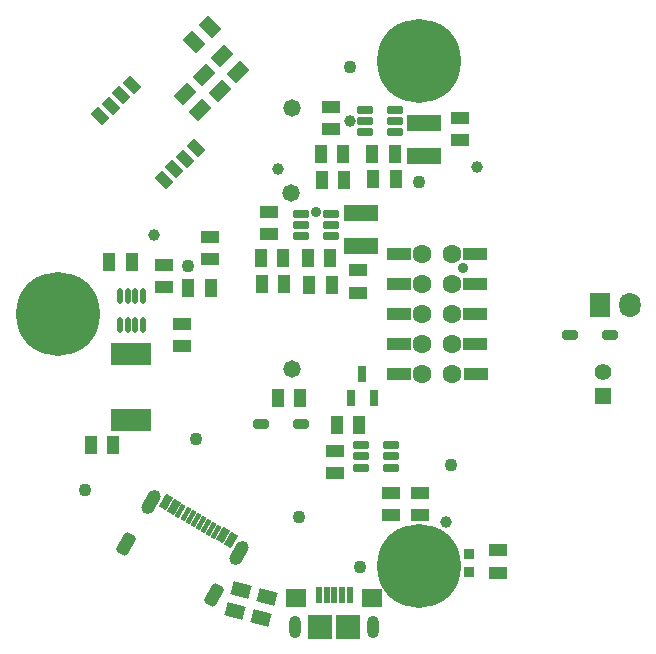
<source format=gts>
G04*
G04 #@! TF.GenerationSoftware,Altium Limited,Altium Designer,25.1.2 (22)*
G04*
G04 Layer_Color=8388736*
%FSLAX44Y44*%
%MOMM*%
G71*
G04*
G04 #@! TF.SameCoordinates,4DC4BC11-A5A9-46D6-A818-46A4CD50810F*
G04*
G04*
G04 #@! TF.FilePolarity,Negative*
G04*
G01*
G75*
%ADD38R,1.5716X1.1416*%
%ADD39R,1.1416X1.5716*%
%ADD40R,2.9016X1.4516*%
%ADD41R,2.1016X1.1216*%
G04:AMPARAMS|DCode=42|XSize=1.3716mm|YSize=0.8616mm|CornerRadius=0mm|HoleSize=0mm|Usage=FLASHONLY|Rotation=315.000|XOffset=0mm|YOffset=0mm|HoleType=Round|Shape=Rectangle|*
%AMROTATEDRECTD42*
4,1,4,-0.7896,0.1803,-0.1803,0.7896,0.7896,-0.1803,0.1803,-0.7896,-0.7896,0.1803,0.0*
%
%ADD42ROTATEDRECTD42*%

G04:AMPARAMS|DCode=43|XSize=1.3116mm|YSize=0.6816mm|CornerRadius=0.1233mm|HoleSize=0mm|Usage=FLASHONLY|Rotation=180.000|XOffset=0mm|YOffset=0mm|HoleType=Round|Shape=RoundedRectangle|*
%AMROUNDEDRECTD43*
21,1,1.3116,0.4350,0,0,180.0*
21,1,1.0650,0.6816,0,0,180.0*
1,1,0.2466,-0.5325,0.2175*
1,1,0.2466,0.5325,0.2175*
1,1,0.2466,0.5325,-0.2175*
1,1,0.2466,-0.5325,-0.2175*
%
%ADD43ROUNDEDRECTD43*%
%ADD44C,1.1016*%
%ADD45R,2.0016X2.0016*%
%ADD46R,1.7016X1.5016*%
%ADD47R,0.5016X1.4516*%
G04:AMPARAMS|DCode=48|XSize=0.398mm|YSize=1.248mm|CornerRadius=0mm|HoleSize=0mm|Usage=FLASHONLY|Rotation=330.000|XOffset=0mm|YOffset=0mm|HoleType=Round|Shape=Rectangle|*
%AMROTATEDRECTD48*
4,1,4,-0.4843,-0.4409,0.1397,0.6399,0.4843,0.4409,-0.1397,-0.6399,-0.4843,-0.4409,0.0*
%
%ADD48ROTATEDRECTD48*%

G04:AMPARAMS|DCode=49|XSize=0.698mm|YSize=1.248mm|CornerRadius=0mm|HoleSize=0mm|Usage=FLASHONLY|Rotation=330.000|XOffset=0mm|YOffset=0mm|HoleType=Round|Shape=Rectangle|*
%AMROTATEDRECTD49*
4,1,4,-0.6142,-0.3659,0.0098,0.7149,0.6142,0.3659,-0.0098,-0.7149,-0.6142,-0.3659,0.0*
%
%ADD49ROTATEDRECTD49*%

%ADD50R,3.5016X1.9516*%
G04:AMPARAMS|DCode=51|XSize=1.3116mm|YSize=0.6916mm|CornerRadius=0.1246mm|HoleSize=0mm|Usage=FLASHONLY|Rotation=0.000|XOffset=0mm|YOffset=0mm|HoleType=Round|Shape=RoundedRectangle|*
%AMROUNDEDRECTD51*
21,1,1.3116,0.4425,0,0,0.0*
21,1,1.0625,0.6916,0,0,0.0*
1,1,0.2491,0.5313,-0.2213*
1,1,0.2491,-0.5313,-0.2213*
1,1,0.2491,-0.5313,0.2213*
1,1,0.2491,0.5313,0.2213*
%
%ADD51ROUNDEDRECTD51*%
G04:AMPARAMS|DCode=52|XSize=1.4216mm|YSize=0.7016mm|CornerRadius=0.1258mm|HoleSize=0mm|Usage=FLASHONLY|Rotation=90.000|XOffset=0mm|YOffset=0mm|HoleType=Round|Shape=RoundedRectangle|*
%AMROUNDEDRECTD52*
21,1,1.4216,0.4500,0,0,90.0*
21,1,1.1700,0.7016,0,0,90.0*
1,1,0.2516,0.2250,0.5850*
1,1,0.2516,0.2250,-0.5850*
1,1,0.2516,-0.2250,-0.5850*
1,1,0.2516,-0.2250,0.5850*
%
%ADD52ROUNDEDRECTD52*%
G04:AMPARAMS|DCode=53|XSize=1.3116mm|YSize=0.8316mm|CornerRadius=0.2333mm|HoleSize=0mm|Usage=FLASHONLY|Rotation=0.000|XOffset=0mm|YOffset=0mm|HoleType=Round|Shape=RoundedRectangle|*
%AMROUNDEDRECTD53*
21,1,1.3116,0.3650,0,0,0.0*
21,1,0.8450,0.8316,0,0,0.0*
1,1,0.4666,0.4225,-0.1825*
1,1,0.4666,-0.4225,-0.1825*
1,1,0.4666,-0.4225,0.1825*
1,1,0.4666,0.4225,0.1825*
%
%ADD53ROUNDEDRECTD53*%
%ADD54R,0.9016X0.9016*%
G04:AMPARAMS|DCode=55|XSize=1.1416mm|YSize=1.5716mm|CornerRadius=0mm|HoleSize=0mm|Usage=FLASHONLY|Rotation=315.000|XOffset=0mm|YOffset=0mm|HoleType=Round|Shape=Rectangle|*
%AMROTATEDRECTD55*
4,1,4,-0.9593,-0.1520,0.1520,0.9593,0.9593,0.1520,-0.1520,-0.9593,-0.9593,-0.1520,0.0*
%
%ADD55ROTATEDRECTD55*%

G04:AMPARAMS|DCode=56|XSize=1.1416mm|YSize=1.5716mm|CornerRadius=0mm|HoleSize=0mm|Usage=FLASHONLY|Rotation=75.000|XOffset=0mm|YOffset=0mm|HoleType=Round|Shape=Rectangle|*
%AMROTATEDRECTD56*
4,1,4,0.6113,-0.7547,-0.9068,-0.3480,-0.6113,0.7547,0.9068,0.3480,0.6113,-0.7547,0.0*
%
%ADD56ROTATEDRECTD56*%

G04:AMPARAMS|DCode=57|XSize=1.1416mm|YSize=1.5716mm|CornerRadius=0mm|HoleSize=0mm|Usage=FLASHONLY|Rotation=225.000|XOffset=0mm|YOffset=0mm|HoleType=Round|Shape=Rectangle|*
%AMROTATEDRECTD57*
4,1,4,-0.1520,0.9593,0.9593,-0.1520,0.1520,-0.9593,-0.9593,0.1520,-0.1520,0.9593,0.0*
%
%ADD57ROTATEDRECTD57*%

G04:AMPARAMS|DCode=58|XSize=1.3116mm|YSize=0.5216mm|CornerRadius=0.1558mm|HoleSize=0mm|Usage=FLASHONLY|Rotation=90.000|XOffset=0mm|YOffset=0mm|HoleType=Round|Shape=RoundedRectangle|*
%AMROUNDEDRECTD58*
21,1,1.3116,0.2100,0,0,90.0*
21,1,1.0000,0.5216,0,0,90.0*
1,1,0.3116,0.1050,0.5000*
1,1,0.3116,0.1050,-0.5000*
1,1,0.3116,-0.1050,-0.5000*
1,1,0.3116,-0.1050,0.5000*
%
%ADD58ROUNDEDRECTD58*%
%ADD59O,1.0016X1.9016*%
G04:AMPARAMS|DCode=60|XSize=2.2016mm|YSize=1.1016mm|CornerRadius=0mm|HoleSize=0mm|Usage=FLASHONLY|Rotation=60.000|XOffset=0mm|YOffset=0mm|HoleType=Round|Shape=Round|*
%AMOVALD60*
21,1,1.1000,1.1016,0.0000,0.0000,60.0*
1,1,1.1016,-0.2750,-0.4763*
1,1,1.1016,0.2750,0.4763*
%
%ADD60OVALD60*%

G04:AMPARAMS|DCode=61|XSize=1.9016mm|YSize=1.1016mm|CornerRadius=0.3008mm|HoleSize=0mm|Usage=FLASHONLY|Rotation=60.000|XOffset=0mm|YOffset=0mm|HoleType=Round|Shape=RoundedRectangle|*
%AMROUNDEDRECTD61*
21,1,1.9016,0.5000,0,0,60.0*
21,1,1.3000,1.1016,0,0,60.0*
1,1,0.6016,0.5415,0.4379*
1,1,0.6016,-0.1085,-0.6879*
1,1,0.6016,-0.5415,-0.4379*
1,1,0.6016,0.1085,0.6879*
%
%ADD61ROUNDEDRECTD61*%
%ADD62C,7.1016*%
%ADD63O,1.8016X2.1016*%
%ADD64R,1.8016X2.1016*%
%ADD65C,1.4096*%
%ADD66R,1.4096X1.4096*%
%ADD67C,1.6016*%
%ADD68C,1.0032*%
%ADD69C,1.4732*%
%ADD70C,0.9016*%
D38*
X158130Y271269D02*
D03*
Y252469D02*
D03*
X306810Y316627D02*
D03*
Y297827D02*
D03*
X393148Y426873D02*
D03*
Y445673D02*
D03*
X231792Y366316D02*
D03*
Y347517D02*
D03*
X284367Y455182D02*
D03*
Y436382D02*
D03*
X181631Y325984D02*
D03*
Y344784D02*
D03*
X335081Y109593D02*
D03*
Y128393D02*
D03*
X425608Y60674D02*
D03*
Y79474D02*
D03*
X142479Y302162D02*
D03*
Y320961D02*
D03*
X359655Y109331D02*
D03*
Y128131D02*
D03*
X287510Y163466D02*
D03*
Y144666D02*
D03*
D39*
X244561Y305216D02*
D03*
X225761D02*
D03*
X295144Y393169D02*
D03*
X276343D02*
D03*
X284573Y304433D02*
D03*
X265773D02*
D03*
X338679Y394035D02*
D03*
X319879D02*
D03*
X264697Y327317D02*
D03*
X283498D02*
D03*
X288773Y185651D02*
D03*
X307573D02*
D03*
X182120Y301953D02*
D03*
X163320D02*
D03*
X239073Y208894D02*
D03*
X257873D02*
D03*
X275344Y415213D02*
D03*
X294144D02*
D03*
X224761Y327261D02*
D03*
X243561D02*
D03*
X319046Y415166D02*
D03*
X337846D02*
D03*
X80415Y168340D02*
D03*
X99215D02*
D03*
X96384Y323913D02*
D03*
X115184D02*
D03*
D40*
X309233Y336825D02*
D03*
Y364825D02*
D03*
X362593Y441014D02*
D03*
Y413014D02*
D03*
D41*
X341520Y330800D02*
D03*
Y305400D02*
D03*
X406020D02*
D03*
X341520Y280000D02*
D03*
X406020D02*
D03*
X341520Y254600D02*
D03*
X406020D02*
D03*
X341520Y229200D02*
D03*
X407020D02*
D03*
X406020Y330800D02*
D03*
D42*
X169401Y420054D02*
D03*
X160420Y411074D02*
D03*
X151440Y402094D02*
D03*
X142460Y393114D02*
D03*
X88578Y446995D02*
D03*
X97559Y455975D02*
D03*
X106539Y464956D02*
D03*
X115519Y473936D02*
D03*
D43*
X334565Y149523D02*
D03*
X334565Y159023D02*
D03*
X334565Y168523D02*
D03*
X309465Y149523D02*
D03*
Y159023D02*
D03*
Y168523D02*
D03*
D44*
X75391Y130711D02*
D03*
X256722Y107632D02*
D03*
X300088Y489102D02*
D03*
X308633Y65839D02*
D03*
X358507Y391399D02*
D03*
X169826Y174082D02*
D03*
X385974Y151632D02*
D03*
X162817Y320532D02*
D03*
D45*
X298770Y15000D02*
D03*
X274770Y15000D02*
D03*
D46*
X318770Y39500D02*
D03*
X254770D02*
D03*
D47*
X299770Y41750D02*
D03*
X293270Y41750D02*
D03*
X286770Y41750D02*
D03*
X280270Y41750D02*
D03*
X273770Y41750D02*
D03*
D48*
X156508Y112949D02*
D03*
X160838Y110450D02*
D03*
X165168Y107949D02*
D03*
X186819Y95449D02*
D03*
X182488Y97949D02*
D03*
X178158Y100449D02*
D03*
X169498Y105449D02*
D03*
X173828Y102949D02*
D03*
D49*
X192448Y92199D02*
D03*
X150879Y116200D02*
D03*
X199376Y88200D02*
D03*
X143950Y120199D02*
D03*
D50*
X114715Y245750D02*
D03*
Y190250D02*
D03*
D51*
X258687Y355061D02*
D03*
Y345561D02*
D03*
Y364561D02*
D03*
X283787D02*
D03*
Y355061D02*
D03*
Y345561D02*
D03*
X338136Y433410D02*
D03*
Y442910D02*
D03*
Y452410D02*
D03*
X313036D02*
D03*
Y433410D02*
D03*
Y442910D02*
D03*
D52*
X301132Y208960D02*
D03*
X320132D02*
D03*
X310632Y228960D02*
D03*
D53*
X520098Y261997D02*
D03*
X486498D02*
D03*
X224817Y186215D02*
D03*
X258417D02*
D03*
D54*
X400745Y61323D02*
D03*
Y76323D02*
D03*
D55*
X159980Y465657D02*
D03*
X173274Y452363D02*
D03*
X176439Y481843D02*
D03*
X189732Y468549D02*
D03*
X191660Y497711D02*
D03*
X204953Y484418D02*
D03*
D56*
X203105Y27804D02*
D03*
X207971Y45963D02*
D03*
X224910Y21961D02*
D03*
X229776Y40120D02*
D03*
D57*
X181588Y523020D02*
D03*
X168294Y509727D02*
D03*
D58*
X124773Y269998D02*
D03*
X118273D02*
D03*
X111773D02*
D03*
X105273D02*
D03*
Y295098D02*
D03*
X111773D02*
D03*
X118273D02*
D03*
X124773D02*
D03*
D59*
X319770Y15000D02*
D03*
X253770D02*
D03*
D60*
X206201Y77620D02*
D03*
X131376Y120820D02*
D03*
D61*
X185301Y41420D02*
D03*
X110476Y84620D02*
D03*
D62*
X52500Y280000D02*
D03*
X358370Y66426D02*
D03*
X358374Y493574D02*
D03*
D63*
X536786Y287480D02*
D03*
D64*
X511386D02*
D03*
D65*
X514474Y230237D02*
D03*
D66*
Y210237D02*
D03*
D67*
X361070Y254600D02*
D03*
Y229200D02*
D03*
X386470D02*
D03*
Y254600D02*
D03*
Y280000D02*
D03*
X361070D02*
D03*
Y305400D02*
D03*
X386470D02*
D03*
Y330800D02*
D03*
X361070D02*
D03*
D68*
X381475Y103404D02*
D03*
X407851Y403925D02*
D03*
X134312Y346641D02*
D03*
X238812Y402573D02*
D03*
X299886Y442836D02*
D03*
D69*
X250578Y232854D02*
D03*
X250285Y382140D02*
D03*
X250849Y454197D02*
D03*
D70*
X396096Y318748D02*
D03*
X271472Y366313D02*
D03*
M02*

</source>
